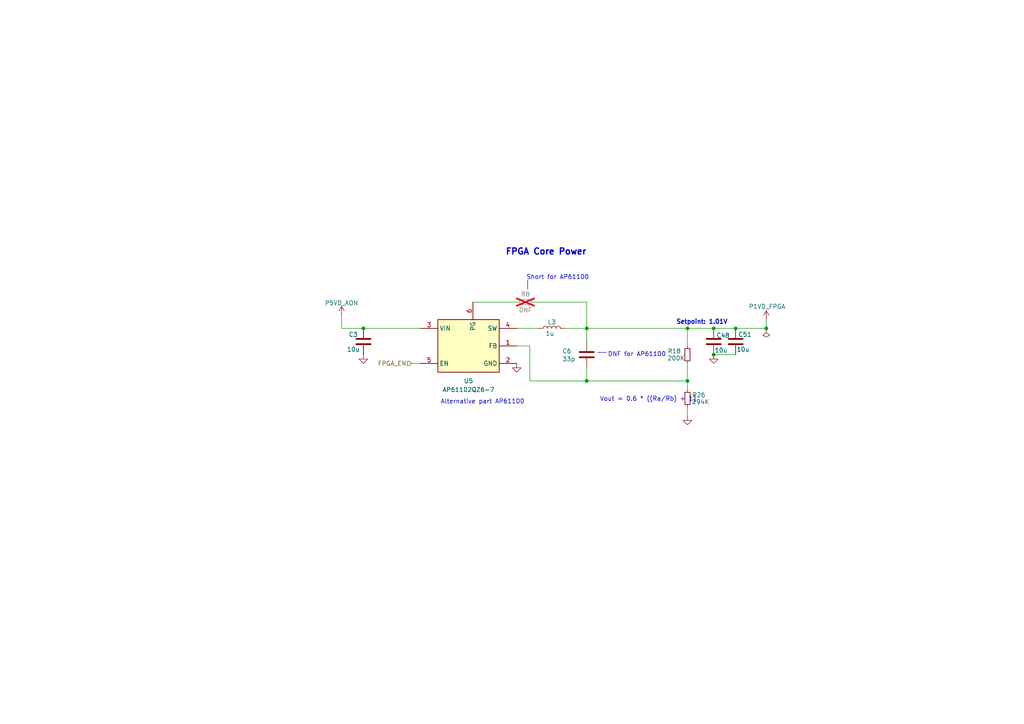
<source format=kicad_sch>
(kicad_sch
	(version 20250114)
	(generator "eeschema")
	(generator_version "9.0")
	(uuid "5b459390-5256-4ef9-8363-279672ea1d3c")
	(paper "A4")
	(title_block
		(title "PICO2-NX Module")
		(rev "0.1")
		(company "tinyVision.ai Inc.")
	)
	(lib_symbols
		(symbol "Custom:AP61102QZ6-7"
			(exclude_from_sim no)
			(in_bom yes)
			(on_board yes)
			(property "Reference" "U"
				(at 19.05 7.112 0)
				(effects
					(font
						(size 1.27 1.27)
					)
					(justify left)
				)
			)
			(property "Value" "AP61102QZ6-7"
				(at 19.05 5.08 0)
				(effects
					(font
						(size 1.27 1.27)
					)
					(justify left)
				)
			)
			(property "Footprint" "Package_TO_SOT_SMD:SOT-563"
				(at 15.748 -16.764 0)
				(effects
					(font
						(size 1.27 1.27)
					)
					(hide yes)
				)
			)
			(property "Datasheet" ""
				(at 0 0 0)
				(effects
					(font
						(size 1.27 1.27)
					)
					(hide yes)
				)
			)
			(property "Description" "DC-DC CONV LV BUCK SOT563"
				(at 15.748 -14.732 0)
				(effects
					(font
						(size 1.27 1.27)
					)
					(hide yes)
				)
			)
			(symbol "AP61102QZ6-7_1_0"
				(rectangle
					(start 5.08 2.54)
					(end 22.86 -12.7)
					(stroke
						(width 0.254)
						(type solid)
						(color 128 0 0 1)
					)
					(fill
						(type background)
					)
				)
				(pin power_in line
					(at 0 0 0)
					(length 5.08)
					(name "VIN"
						(effects
							(font
								(size 1.27 1.27)
							)
						)
					)
					(number "3"
						(effects
							(font
								(size 1.27 1.27)
							)
						)
					)
				)
				(pin input line
					(at 0 -10.16 0)
					(length 5.08)
					(name "EN"
						(effects
							(font
								(size 1.27 1.27)
							)
						)
					)
					(number "5"
						(effects
							(font
								(size 1.27 1.27)
							)
						)
					)
				)
				(pin open_collector line
					(at 15.24 7.62 270)
					(length 5.08)
					(name "PG"
						(effects
							(font
								(size 1.27 1.27)
							)
						)
					)
					(number "6"
						(effects
							(font
								(size 1.27 1.27)
							)
						)
					)
				)
				(pin passive line
					(at 27.94 0 180)
					(length 5.08)
					(name "SW"
						(effects
							(font
								(size 1.27 1.27)
							)
						)
					)
					(number "4"
						(effects
							(font
								(size 1.27 1.27)
							)
						)
					)
				)
				(pin passive line
					(at 27.94 -5.08 180)
					(length 5.08)
					(name "FB"
						(effects
							(font
								(size 1.27 1.27)
							)
						)
					)
					(number "1"
						(effects
							(font
								(size 1.27 1.27)
							)
						)
					)
				)
				(pin power_in line
					(at 27.94 -10.16 180)
					(length 5.08)
					(name "GND"
						(effects
							(font
								(size 1.27 1.27)
							)
						)
					)
					(number "2"
						(effects
							(font
								(size 1.27 1.27)
							)
						)
					)
				)
			)
			(embedded_fonts no)
		)
		(symbol "Device:C"
			(pin_numbers
				(hide yes)
			)
			(pin_names
				(offset 0.254)
			)
			(exclude_from_sim no)
			(in_bom yes)
			(on_board yes)
			(property "Reference" "C"
				(at 0.635 2.54 0)
				(effects
					(font
						(size 1.27 1.27)
					)
					(justify left)
				)
			)
			(property "Value" "C"
				(at 0.635 -2.54 0)
				(effects
					(font
						(size 1.27 1.27)
					)
					(justify left)
				)
			)
			(property "Footprint" ""
				(at 0.9652 -3.81 0)
				(effects
					(font
						(size 1.27 1.27)
					)
					(hide yes)
				)
			)
			(property "Datasheet" "~"
				(at 0 0 0)
				(effects
					(font
						(size 1.27 1.27)
					)
					(hide yes)
				)
			)
			(property "Description" "Unpolarized capacitor"
				(at 0 0 0)
				(effects
					(font
						(size 1.27 1.27)
					)
					(hide yes)
				)
			)
			(property "ki_keywords" "cap capacitor"
				(at 0 0 0)
				(effects
					(font
						(size 1.27 1.27)
					)
					(hide yes)
				)
			)
			(property "ki_fp_filters" "C_*"
				(at 0 0 0)
				(effects
					(font
						(size 1.27 1.27)
					)
					(hide yes)
				)
			)
			(symbol "C_0_1"
				(polyline
					(pts
						(xy -2.032 0.762) (xy 2.032 0.762)
					)
					(stroke
						(width 0.508)
						(type default)
					)
					(fill
						(type none)
					)
				)
				(polyline
					(pts
						(xy -2.032 -0.762) (xy 2.032 -0.762)
					)
					(stroke
						(width 0.508)
						(type default)
					)
					(fill
						(type none)
					)
				)
			)
			(symbol "C_1_1"
				(pin passive line
					(at 0 3.81 270)
					(length 2.794)
					(name "~"
						(effects
							(font
								(size 1.27 1.27)
							)
						)
					)
					(number "1"
						(effects
							(font
								(size 1.27 1.27)
							)
						)
					)
				)
				(pin passive line
					(at 0 -3.81 90)
					(length 2.794)
					(name "~"
						(effects
							(font
								(size 1.27 1.27)
							)
						)
					)
					(number "2"
						(effects
							(font
								(size 1.27 1.27)
							)
						)
					)
				)
			)
			(embedded_fonts no)
		)
		(symbol "Device:L"
			(pin_numbers
				(hide yes)
			)
			(pin_names
				(offset 1.016)
				(hide yes)
			)
			(exclude_from_sim no)
			(in_bom yes)
			(on_board yes)
			(property "Reference" "L"
				(at -1.27 0 90)
				(effects
					(font
						(size 1.27 1.27)
					)
				)
			)
			(property "Value" "L"
				(at 1.905 0 90)
				(effects
					(font
						(size 1.27 1.27)
					)
				)
			)
			(property "Footprint" ""
				(at 0 0 0)
				(effects
					(font
						(size 1.27 1.27)
					)
					(hide yes)
				)
			)
			(property "Datasheet" "~"
				(at 0 0 0)
				(effects
					(font
						(size 1.27 1.27)
					)
					(hide yes)
				)
			)
			(property "Description" "Inductor"
				(at 0 0 0)
				(effects
					(font
						(size 1.27 1.27)
					)
					(hide yes)
				)
			)
			(property "ki_keywords" "inductor choke coil reactor magnetic"
				(at 0 0 0)
				(effects
					(font
						(size 1.27 1.27)
					)
					(hide yes)
				)
			)
			(property "ki_fp_filters" "Choke_* *Coil* Inductor_* L_*"
				(at 0 0 0)
				(effects
					(font
						(size 1.27 1.27)
					)
					(hide yes)
				)
			)
			(symbol "L_0_1"
				(arc
					(start 0 2.54)
					(mid 0.6323 1.905)
					(end 0 1.27)
					(stroke
						(width 0)
						(type default)
					)
					(fill
						(type none)
					)
				)
				(arc
					(start 0 1.27)
					(mid 0.6323 0.635)
					(end 0 0)
					(stroke
						(width 0)
						(type default)
					)
					(fill
						(type none)
					)
				)
				(arc
					(start 0 0)
					(mid 0.6323 -0.635)
					(end 0 -1.27)
					(stroke
						(width 0)
						(type default)
					)
					(fill
						(type none)
					)
				)
				(arc
					(start 0 -1.27)
					(mid 0.6323 -1.905)
					(end 0 -2.54)
					(stroke
						(width 0)
						(type default)
					)
					(fill
						(type none)
					)
				)
			)
			(symbol "L_1_1"
				(pin passive line
					(at 0 3.81 270)
					(length 1.27)
					(name "1"
						(effects
							(font
								(size 1.27 1.27)
							)
						)
					)
					(number "1"
						(effects
							(font
								(size 1.27 1.27)
							)
						)
					)
				)
				(pin passive line
					(at 0 -3.81 90)
					(length 1.27)
					(name "2"
						(effects
							(font
								(size 1.27 1.27)
							)
						)
					)
					(number "2"
						(effects
							(font
								(size 1.27 1.27)
							)
						)
					)
				)
			)
			(embedded_fonts no)
		)
		(symbol "Device:R_Small"
			(pin_numbers
				(hide yes)
			)
			(pin_names
				(offset 0.254)
				(hide yes)
			)
			(exclude_from_sim no)
			(in_bom yes)
			(on_board yes)
			(property "Reference" "R"
				(at 0 0 90)
				(effects
					(font
						(size 1.016 1.016)
					)
				)
			)
			(property "Value" "R_Small"
				(at 1.778 0 90)
				(effects
					(font
						(size 1.27 1.27)
					)
				)
			)
			(property "Footprint" ""
				(at 0 0 0)
				(effects
					(font
						(size 1.27 1.27)
					)
					(hide yes)
				)
			)
			(property "Datasheet" "~"
				(at 0 0 0)
				(effects
					(font
						(size 1.27 1.27)
					)
					(hide yes)
				)
			)
			(property "Description" "Resistor, small symbol"
				(at 0 0 0)
				(effects
					(font
						(size 1.27 1.27)
					)
					(hide yes)
				)
			)
			(property "ki_keywords" "R resistor"
				(at 0 0 0)
				(effects
					(font
						(size 1.27 1.27)
					)
					(hide yes)
				)
			)
			(property "ki_fp_filters" "R_*"
				(at 0 0 0)
				(effects
					(font
						(size 1.27 1.27)
					)
					(hide yes)
				)
			)
			(symbol "R_Small_0_1"
				(rectangle
					(start -0.762 1.778)
					(end 0.762 -1.778)
					(stroke
						(width 0.2032)
						(type default)
					)
					(fill
						(type none)
					)
				)
			)
			(symbol "R_Small_1_1"
				(pin passive line
					(at 0 2.54 270)
					(length 0.762)
					(name "~"
						(effects
							(font
								(size 1.27 1.27)
							)
						)
					)
					(number "1"
						(effects
							(font
								(size 1.27 1.27)
							)
						)
					)
				)
				(pin passive line
					(at 0 -2.54 90)
					(length 0.762)
					(name "~"
						(effects
							(font
								(size 1.27 1.27)
							)
						)
					)
					(number "2"
						(effects
							(font
								(size 1.27 1.27)
							)
						)
					)
				)
			)
			(embedded_fonts no)
		)
		(symbol "power:GND"
			(power)
			(pin_numbers
				(hide yes)
			)
			(pin_names
				(offset 0)
				(hide yes)
			)
			(exclude_from_sim no)
			(in_bom yes)
			(on_board yes)
			(property "Reference" "#PWR"
				(at 0 -6.35 0)
				(effects
					(font
						(size 1.27 1.27)
					)
					(hide yes)
				)
			)
			(property "Value" "GND"
				(at 0 -3.81 0)
				(effects
					(font
						(size 1.27 1.27)
					)
				)
			)
			(property "Footprint" ""
				(at 0 0 0)
				(effects
					(font
						(size 1.27 1.27)
					)
					(hide yes)
				)
			)
			(property "Datasheet" ""
				(at 0 0 0)
				(effects
					(font
						(size 1.27 1.27)
					)
					(hide yes)
				)
			)
			(property "Description" "Power symbol creates a global label with name \"GND\" , ground"
				(at 0 0 0)
				(effects
					(font
						(size 1.27 1.27)
					)
					(hide yes)
				)
			)
			(property "ki_keywords" "global power"
				(at 0 0 0)
				(effects
					(font
						(size 1.27 1.27)
					)
					(hide yes)
				)
			)
			(symbol "GND_0_1"
				(polyline
					(pts
						(xy 0 0) (xy 0 -1.27) (xy 1.27 -1.27) (xy 0 -2.54) (xy -1.27 -1.27) (xy 0 -1.27)
					)
					(stroke
						(width 0)
						(type default)
					)
					(fill
						(type none)
					)
				)
			)
			(symbol "GND_1_1"
				(pin power_in line
					(at 0 0 270)
					(length 0)
					(name "~"
						(effects
							(font
								(size 1.27 1.27)
							)
						)
					)
					(number "1"
						(effects
							(font
								(size 1.27 1.27)
							)
						)
					)
				)
			)
			(embedded_fonts no)
		)
		(symbol "power:PWR_FLAG"
			(power)
			(pin_numbers
				(hide yes)
			)
			(pin_names
				(offset 0)
				(hide yes)
			)
			(exclude_from_sim no)
			(in_bom yes)
			(on_board yes)
			(property "Reference" "#FLG"
				(at 0 1.905 0)
				(effects
					(font
						(size 1.27 1.27)
					)
					(hide yes)
				)
			)
			(property "Value" "PWR_FLAG"
				(at 0 3.81 0)
				(effects
					(font
						(size 1.27 1.27)
					)
				)
			)
			(property "Footprint" ""
				(at 0 0 0)
				(effects
					(font
						(size 1.27 1.27)
					)
					(hide yes)
				)
			)
			(property "Datasheet" "~"
				(at 0 0 0)
				(effects
					(font
						(size 1.27 1.27)
					)
					(hide yes)
				)
			)
			(property "Description" "Special symbol for telling ERC where power comes from"
				(at 0 0 0)
				(effects
					(font
						(size 1.27 1.27)
					)
					(hide yes)
				)
			)
			(property "ki_keywords" "flag power"
				(at 0 0 0)
				(effects
					(font
						(size 1.27 1.27)
					)
					(hide yes)
				)
			)
			(symbol "PWR_FLAG_0_0"
				(pin power_out line
					(at 0 0 90)
					(length 0)
					(name "~"
						(effects
							(font
								(size 1.27 1.27)
							)
						)
					)
					(number "1"
						(effects
							(font
								(size 1.27 1.27)
							)
						)
					)
				)
			)
			(symbol "PWR_FLAG_0_1"
				(polyline
					(pts
						(xy 0 0) (xy 0 1.27) (xy -1.016 1.905) (xy 0 2.54) (xy 1.016 1.905) (xy 0 1.27)
					)
					(stroke
						(width 0)
						(type default)
					)
					(fill
						(type none)
					)
				)
			)
			(embedded_fonts no)
		)
		(symbol "power:VCC"
			(power)
			(pin_numbers
				(hide yes)
			)
			(pin_names
				(offset 0)
				(hide yes)
			)
			(exclude_from_sim no)
			(in_bom yes)
			(on_board yes)
			(property "Reference" "#PWR"
				(at 0 -3.81 0)
				(effects
					(font
						(size 1.27 1.27)
					)
					(hide yes)
				)
			)
			(property "Value" "VCC"
				(at 0 3.556 0)
				(effects
					(font
						(size 1.27 1.27)
					)
				)
			)
			(property "Footprint" ""
				(at 0 0 0)
				(effects
					(font
						(size 1.27 1.27)
					)
					(hide yes)
				)
			)
			(property "Datasheet" ""
				(at 0 0 0)
				(effects
					(font
						(size 1.27 1.27)
					)
					(hide yes)
				)
			)
			(property "Description" "Power symbol creates a global label with name \"VCC\""
				(at 0 0 0)
				(effects
					(font
						(size 1.27 1.27)
					)
					(hide yes)
				)
			)
			(property "ki_keywords" "global power"
				(at 0 0 0)
				(effects
					(font
						(size 1.27 1.27)
					)
					(hide yes)
				)
			)
			(symbol "VCC_0_1"
				(polyline
					(pts
						(xy -0.762 1.27) (xy 0 2.54)
					)
					(stroke
						(width 0)
						(type default)
					)
					(fill
						(type none)
					)
				)
				(polyline
					(pts
						(xy 0 2.54) (xy 0.762 1.27)
					)
					(stroke
						(width 0)
						(type default)
					)
					(fill
						(type none)
					)
				)
				(polyline
					(pts
						(xy 0 0) (xy 0 2.54)
					)
					(stroke
						(width 0)
						(type default)
					)
					(fill
						(type none)
					)
				)
			)
			(symbol "VCC_1_1"
				(pin power_in line
					(at 0 0 90)
					(length 0)
					(name "~"
						(effects
							(font
								(size 1.27 1.27)
							)
						)
					)
					(number "1"
						(effects
							(font
								(size 1.27 1.27)
							)
						)
					)
				)
			)
			(embedded_fonts no)
		)
	)
	(text "Alternative part AP61100"
		(exclude_from_sim no)
		(at 127.762 116.586 0)
		(effects
			(font
				(size 1.27 1.27)
			)
			(justify left)
		)
		(uuid "0097cda5-7f67-41b7-9088-ed3976bf39c5")
	)
	(text "Vout = 0.6 * ((Ra/Rb) + 1)"
		(exclude_from_sim no)
		(at 187.96 115.824 0)
		(effects
			(font
				(size 1.27 1.27)
			)
		)
		(uuid "052ed69e-868c-4eff-a28c-971f0c893a10")
	)
	(text "Setpoint: 1.01V"
		(exclude_from_sim no)
		(at 196.088 94.234 0)
		(effects
			(font
				(size 1.27 1.27)
				(bold yes)
			)
			(justify left bottom)
		)
		(uuid "6c18f970-8a09-4a8e-aa29-1edc7e3d9ab0")
	)
	(text "Short for AP61100"
		(exclude_from_sim no)
		(at 152.654 80.518 0)
		(effects
			(font
				(size 1.27 1.27)
			)
			(justify left)
		)
		(uuid "acde4f63-636c-46b5-ba5d-50789406f17a")
	)
	(text "FPGA Core Power"
		(exclude_from_sim no)
		(at 146.558 74.168 0)
		(effects
			(font
				(size 1.778 1.778)
				(bold yes)
			)
			(justify left bottom)
		)
		(uuid "c5289b0f-1bdd-4ea9-8a39-786a404e33bb")
	)
	(text "DNF for AP61100"
		(exclude_from_sim no)
		(at 176.276 102.87 0)
		(effects
			(font
				(size 1.27 1.27)
			)
			(justify left)
		)
		(uuid "f66e13d5-1504-42b6-9bf0-c15502debc25")
	)
	(junction
		(at 199.39 110.49)
		(diameter 0)
		(color 0 0 0 0)
		(uuid "1d5f1677-bf17-4eed-8c16-5398404df34c")
	)
	(junction
		(at 199.39 95.25)
		(diameter 0)
		(color 0 0 0 0)
		(uuid "4b9e713c-641b-4e0d-ab11-8cc1bb21ab97")
	)
	(junction
		(at 170.18 110.49)
		(diameter 0)
		(color 0 0 0 0)
		(uuid "65490985-6740-4230-8094-696df75d9252")
	)
	(junction
		(at 207.01 95.25)
		(diameter 0)
		(color 0 0 0 0)
		(uuid "a010c0a9-dc29-4a70-bdd2-efbaea27d673")
	)
	(junction
		(at 207.01 102.87)
		(diameter 0)
		(color 0 0 0 0)
		(uuid "aaba6130-370d-4f0e-a56a-48cec61caa16")
	)
	(junction
		(at 222.25 95.25)
		(diameter 0)
		(color 0 0 0 0)
		(uuid "ba6f38d7-89e7-4681-9b0c-64c63016ee95")
	)
	(junction
		(at 170.18 95.25)
		(diameter 0)
		(color 0 0 0 0)
		(uuid "bf50d66f-be73-4866-af84-d43ba2c34f82")
	)
	(junction
		(at 105.41 95.25)
		(diameter 0)
		(color 0 0 0 0)
		(uuid "c4ea45d9-7202-4183-ae11-3e0d73dc1960")
	)
	(junction
		(at 213.36 95.25)
		(diameter 0)
		(color 0 0 0 0)
		(uuid "dcc646f2-8096-4633-a8ef-d620c1620b8f")
	)
	(wire
		(pts
			(xy 222.25 92.71) (xy 222.25 95.25)
		)
		(stroke
			(width 0)
			(type default)
		)
		(uuid "0463f622-4aa2-49cf-9a3e-aadf23680020")
	)
	(wire
		(pts
			(xy 170.18 110.49) (xy 199.39 110.49)
		)
		(stroke
			(width 0)
			(type default)
		)
		(uuid "05d5f932-d5d5-40ef-a78e-9a488734e473")
	)
	(wire
		(pts
			(xy 154.94 87.63) (xy 170.18 87.63)
		)
		(stroke
			(width 0)
			(type default)
		)
		(uuid "1048b85b-d202-43b5-acff-0a1c128ccfef")
	)
	(wire
		(pts
			(xy 153.67 100.33) (xy 153.67 110.49)
		)
		(stroke
			(width 0)
			(type default)
		)
		(uuid "1ecdb461-32e3-4997-a1eb-99d0f81024ac")
	)
	(wire
		(pts
			(xy 199.39 110.49) (xy 199.39 113.03)
		)
		(stroke
			(width 0)
			(type default)
		)
		(uuid "1fa86233-0357-4c01-acb0-80e0d3030f43")
	)
	(wire
		(pts
			(xy 207.01 102.87) (xy 213.36 102.87)
		)
		(stroke
			(width 0)
			(type default)
		)
		(uuid "57132dc1-0c11-45e8-95be-0330380f21f2")
	)
	(wire
		(pts
			(xy 170.18 95.25) (xy 199.39 95.25)
		)
		(stroke
			(width 0)
			(type default)
		)
		(uuid "5abe4fb4-4f2a-479f-b1cd-59b710f6c28b")
	)
	(wire
		(pts
			(xy 199.39 105.41) (xy 199.39 110.49)
		)
		(stroke
			(width 0)
			(type default)
		)
		(uuid "602260b5-41c5-43f2-a54e-35cd211bee57")
	)
	(wire
		(pts
			(xy 99.06 95.25) (xy 99.06 91.44)
		)
		(stroke
			(width 0)
			(type default)
		)
		(uuid "6e14083d-9b67-467b-ba39-2b667641aa16")
	)
	(polyline
		(pts
			(xy 173.355 102.235) (xy 175.895 102.235)
		)
		(stroke
			(width 0)
			(type default)
		)
		(uuid "7b93fc24-2e29-45b7-9465-e961c8b621fe")
	)
	(wire
		(pts
			(xy 149.86 95.25) (xy 156.21 95.25)
		)
		(stroke
			(width 0)
			(type default)
		)
		(uuid "7d5aaf10-dddb-4791-aeef-0d6487531219")
	)
	(wire
		(pts
			(xy 199.39 95.25) (xy 207.01 95.25)
		)
		(stroke
			(width 0)
			(type default)
		)
		(uuid "8279e3e8-a6b5-4ad7-bd92-eb1106a3c3b5")
	)
	(wire
		(pts
			(xy 163.83 95.25) (xy 170.18 95.25)
		)
		(stroke
			(width 0)
			(type default)
		)
		(uuid "961a909d-0f23-46a2-97db-67064f238817")
	)
	(wire
		(pts
			(xy 105.41 95.25) (xy 121.92 95.25)
		)
		(stroke
			(width 0)
			(type default)
		)
		(uuid "a2cb23c3-c4c3-45ec-ab49-97dec7a09846")
	)
	(wire
		(pts
			(xy 199.39 118.11) (xy 199.39 120.65)
		)
		(stroke
			(width 0)
			(type default)
		)
		(uuid "a453b4a1-f743-4ca5-bb99-92da3fc57c57")
	)
	(wire
		(pts
			(xy 119.38 105.41) (xy 121.92 105.41)
		)
		(stroke
			(width 0)
			(type default)
		)
		(uuid "af47e720-3d4c-4a79-8302-52a29ce995af")
	)
	(wire
		(pts
			(xy 170.18 87.63) (xy 170.18 95.25)
		)
		(stroke
			(width 0)
			(type default)
		)
		(uuid "b2f6d3d1-7d04-48a6-b040-95840a85786e")
	)
	(wire
		(pts
			(xy 207.01 95.25) (xy 213.36 95.25)
		)
		(stroke
			(width 0)
			(type default)
		)
		(uuid "bd217bb8-9549-4646-a0a2-62fc8e28c6f9")
	)
	(wire
		(pts
			(xy 213.36 95.25) (xy 222.25 95.25)
		)
		(stroke
			(width 0)
			(type default)
		)
		(uuid "c4c3a6a2-3dce-4c2d-87ca-734eba6565f7")
	)
	(wire
		(pts
			(xy 170.18 95.25) (xy 170.18 99.06)
		)
		(stroke
			(width 0)
			(type default)
		)
		(uuid "c6ba0e17-e2e8-487c-b805-34c8ea002602")
	)
	(wire
		(pts
			(xy 153.67 110.49) (xy 170.18 110.49)
		)
		(stroke
			(width 0)
			(type default)
		)
		(uuid "c86557f3-6539-4b3f-920a-4203b2df84c6")
	)
	(wire
		(pts
			(xy 149.86 100.33) (xy 153.67 100.33)
		)
		(stroke
			(width 0)
			(type default)
		)
		(uuid "cf9f399c-e499-4906-85c3-667899ef8265")
	)
	(wire
		(pts
			(xy 199.39 95.25) (xy 199.39 100.33)
		)
		(stroke
			(width 0)
			(type default)
		)
		(uuid "d3670224-41dd-4a47-a0ca-fe89682c00af")
	)
	(wire
		(pts
			(xy 170.18 106.68) (xy 170.18 110.49)
		)
		(stroke
			(width 0)
			(type default)
		)
		(uuid "deba810b-881d-4412-9b06-b9b0435c022f")
	)
	(polyline
		(pts
			(xy 153.035 81.28) (xy 153.035 83.82)
		)
		(stroke
			(width 0)
			(type default)
		)
		(uuid "ea82d162-c8d0-4df2-9368-69642f1844c9")
	)
	(wire
		(pts
			(xy 105.41 95.25) (xy 99.06 95.25)
		)
		(stroke
			(width 0)
			(type default)
		)
		(uuid "f25e1f35-f688-4db5-903e-3e37d56dc51d")
	)
	(wire
		(pts
			(xy 137.16 87.63) (xy 149.86 87.63)
		)
		(stroke
			(width 0)
			(type default)
		)
		(uuid "f5a20138-6ab9-457c-8dbe-c3dfb938f5ee")
	)
	(hierarchical_label "FPGA_EN"
		(shape input)
		(at 119.38 105.41 180)
		(effects
			(font
				(size 1.27 1.27)
			)
			(justify right)
		)
		(uuid "45e39ad2-c632-424d-909f-c5ebf7899e7f")
	)
	(symbol
		(lib_id "power:GND")
		(at 149.86 105.41 0)
		(unit 1)
		(exclude_from_sim no)
		(in_bom yes)
		(on_board yes)
		(dnp no)
		(uuid "14ede4a1-00c0-4695-97f6-54c3340af285")
		(property "Reference" "#PWR024"
			(at 149.86 105.41 0)
			(effects
				(font
					(size 1.27 1.27)
				)
				(hide yes)
			)
		)
		(property "Value" "GND"
			(at 149.86 111.76 0)
			(effects
				(font
					(size 1.27 1.27)
				)
				(hide yes)
			)
		)
		(property "Footprint" ""
			(at 149.86 105.41 0)
			(effects
				(font
					(size 1.27 1.27)
				)
				(hide yes)
			)
		)
		(property "Datasheet" ""
			(at 149.86 105.41 0)
			(effects
				(font
					(size 1.27 1.27)
				)
				(hide yes)
			)
		)
		(property "Description" "Power symbol creates a global label with name \"GND\" , ground"
			(at 149.86 105.41 0)
			(effects
				(font
					(size 1.27 1.27)
				)
				(hide yes)
			)
		)
		(pin "1"
			(uuid "34aa1a9e-1703-41cb-b2e8-50e848f6012f")
		)
		(instances
			(project "pico2-nx-module"
				(path "/b75d5d5b-a423-49b6-bf7a-b3510d05dcb9/dc18adda-138b-4027-8fdc-bfe0ade6b406"
					(reference "#PWR024")
					(unit 1)
				)
			)
		)
	)
	(symbol
		(lib_id "Device:C")
		(at 213.36 99.06 0)
		(unit 1)
		(exclude_from_sim no)
		(in_bom yes)
		(on_board yes)
		(dnp no)
		(uuid "1861a370-7d38-4bc7-aa37-49298848c406")
		(property "Reference" "C51"
			(at 214.122 97.028 0)
			(effects
				(font
					(size 1.27 1.27)
				)
				(justify left)
			)
		)
		(property "Value" "10u"
			(at 213.614 101.346 0)
			(effects
				(font
					(size 1.27 1.27)
				)
				(justify left)
			)
		)
		(property "Footprint" "Capacitor_SMD:C_0402_1005Metric"
			(at 214.3252 102.87 0)
			(effects
				(font
					(size 1.27 1.27)
				)
				(hide yes)
			)
		)
		(property "Datasheet" "~"
			(at 213.36 99.06 0)
			(effects
				(font
					(size 1.27 1.27)
				)
				(hide yes)
			)
		)
		(property "Description" "Unpolarized capacitor"
			(at 213.36 99.06 0)
			(effects
				(font
					(size 1.27 1.27)
				)
				(hide yes)
			)
		)
		(pin "1"
			(uuid "4e55816f-cc85-42b8-a469-364b684c0a23")
		)
		(pin "2"
			(uuid "bd318e05-c31b-4b7c-b192-0fd857c8a31d")
		)
		(instances
			(project "pico2-nx-module"
				(path "/b75d5d5b-a423-49b6-bf7a-b3510d05dcb9/dc18adda-138b-4027-8fdc-bfe0ade6b406"
					(reference "C51")
					(unit 1)
				)
			)
		)
	)
	(symbol
		(lib_id "Device:C")
		(at 207.01 99.06 0)
		(unit 1)
		(exclude_from_sim no)
		(in_bom yes)
		(on_board yes)
		(dnp no)
		(uuid "19e2759c-51a0-43f2-9fde-4f8135739d62")
		(property "Reference" "C48"
			(at 207.772 97.282 0)
			(effects
				(font
					(size 1.27 1.27)
				)
				(justify left)
			)
		)
		(property "Value" "10u"
			(at 207.264 101.6 0)
			(effects
				(font
					(size 1.27 1.27)
				)
				(justify left)
			)
		)
		(property "Footprint" "Capacitor_SMD:C_0402_1005Metric"
			(at 207.9752 102.87 0)
			(effects
				(font
					(size 1.27 1.27)
				)
				(hide yes)
			)
		)
		(property "Datasheet" "~"
			(at 207.01 99.06 0)
			(effects
				(font
					(size 1.27 1.27)
				)
				(hide yes)
			)
		)
		(property "Description" "Unpolarized capacitor"
			(at 207.01 99.06 0)
			(effects
				(font
					(size 1.27 1.27)
				)
				(hide yes)
			)
		)
		(pin "1"
			(uuid "0d6c4a8c-2ae8-4739-8a62-6a8c0d57dd98")
		)
		(pin "2"
			(uuid "a1878e4e-871f-4a31-9f0a-f76a7d106132")
		)
		(instances
			(project "pico2-nx-module"
				(path "/b75d5d5b-a423-49b6-bf7a-b3510d05dcb9/dc18adda-138b-4027-8fdc-bfe0ade6b406"
					(reference "C48")
					(unit 1)
				)
			)
		)
	)
	(symbol
		(lib_id "Device:C")
		(at 170.18 102.87 0)
		(unit 1)
		(exclude_from_sim no)
		(in_bom yes)
		(on_board yes)
		(dnp no)
		(uuid "1c2d5082-484d-468d-be2f-1453aa1d203d")
		(property "Reference" "C6"
			(at 163.068 101.8286 0)
			(effects
				(font
					(size 1.27 1.27)
				)
				(justify left)
			)
		)
		(property "Value" "33p"
			(at 163.068 104.14 0)
			(effects
				(font
					(size 1.27 1.27)
				)
				(justify left)
			)
		)
		(property "Footprint" "Capacitor_SMD:C_0201_0603Metric"
			(at 171.1452 106.68 0)
			(effects
				(font
					(size 1.27 1.27)
				)
				(hide yes)
			)
		)
		(property "Datasheet" "~"
			(at 170.18 102.87 0)
			(effects
				(font
					(size 1.27 1.27)
				)
				(hide yes)
			)
		)
		(property "Description" "Unpolarized capacitor"
			(at 170.18 102.87 0)
			(effects
				(font
					(size 1.27 1.27)
				)
				(hide yes)
			)
		)
		(property "MPN" "GRM1555C1E150JA01D"
			(at 170.18 102.87 0)
			(effects
				(font
					(size 1.27 1.27)
				)
				(hide yes)
			)
		)
		(property "Manufacturer" "Murata Electronics"
			(at 170.18 102.87 0)
			(effects
				(font
					(size 1.27 1.27)
				)
				(hide yes)
			)
		)
		(pin "1"
			(uuid "75d024ec-c6ed-4bf7-99d8-d2eb3fab28df")
		)
		(pin "2"
			(uuid "9e3c90a6-a6c4-442b-9093-304db2addaa7")
		)
		(instances
			(project "pico2-nx-module"
				(path "/b75d5d5b-a423-49b6-bf7a-b3510d05dcb9/dc18adda-138b-4027-8fdc-bfe0ade6b406"
					(reference "C6")
					(unit 1)
				)
			)
		)
	)
	(symbol
		(lib_id "power:VCC")
		(at 99.06 91.44 0)
		(unit 1)
		(exclude_from_sim no)
		(in_bom yes)
		(on_board yes)
		(dnp no)
		(uuid "39b88c18-4b1e-4f4e-be51-a1871dc860ec")
		(property "Reference" "#PWR016"
			(at 99.06 91.44 0)
			(effects
				(font
					(size 1.27 1.27)
				)
				(hide yes)
			)
		)
		(property "Value" "P5VD_AON"
			(at 99.06 87.884 0)
			(effects
				(font
					(size 1.27 1.27)
				)
			)
		)
		(property "Footprint" ""
			(at 99.06 91.44 0)
			(effects
				(font
					(size 1.27 1.27)
				)
				(hide yes)
			)
		)
		(property "Datasheet" ""
			(at 99.06 91.44 0)
			(effects
				(font
					(size 1.27 1.27)
				)
				(hide yes)
			)
		)
		(property "Description" "Power symbol creates a global label with name \"VCC\""
			(at 99.06 91.44 0)
			(effects
				(font
					(size 1.27 1.27)
				)
				(hide yes)
			)
		)
		(pin "1"
			(uuid "86b834e4-4d61-436b-91e5-c87540c02a5a")
		)
		(instances
			(project "pico2-nx-module"
				(path "/b75d5d5b-a423-49b6-bf7a-b3510d05dcb9/dc18adda-138b-4027-8fdc-bfe0ade6b406"
					(reference "#PWR016")
					(unit 1)
				)
			)
		)
	)
	(symbol
		(lib_id "Device:C")
		(at 105.41 99.06 0)
		(unit 1)
		(exclude_from_sim no)
		(in_bom yes)
		(on_board yes)
		(dnp no)
		(uuid "3e542131-a37f-4cb9-9e6e-5d8f81db9522")
		(property "Reference" "C3"
			(at 101.092 97.028 0)
			(effects
				(font
					(size 1.27 1.27)
				)
				(justify left)
			)
		)
		(property "Value" "10u"
			(at 100.584 101.346 0)
			(effects
				(font
					(size 1.27 1.27)
				)
				(justify left)
			)
		)
		(property "Footprint" "Capacitor_SMD:C_0402_1005Metric"
			(at 106.3752 102.87 0)
			(effects
				(font
					(size 1.27 1.27)
				)
				(hide yes)
			)
		)
		(property "Datasheet" "~"
			(at 105.41 99.06 0)
			(effects
				(font
					(size 1.27 1.27)
				)
				(hide yes)
			)
		)
		(property "Description" "Unpolarized capacitor"
			(at 105.41 99.06 0)
			(effects
				(font
					(size 1.27 1.27)
				)
				(hide yes)
			)
		)
		(pin "1"
			(uuid "76cf71a4-d765-4325-b91e-90d27a631fca")
		)
		(pin "2"
			(uuid "e5d1b06b-718c-44ee-861e-29bb5c7b6506")
		)
		(instances
			(project "pico2-nx-module"
				(path "/b75d5d5b-a423-49b6-bf7a-b3510d05dcb9/dc18adda-138b-4027-8fdc-bfe0ade6b406"
					(reference "C3")
					(unit 1)
				)
			)
		)
	)
	(symbol
		(lib_id "power:VCC")
		(at 222.25 92.71 0)
		(unit 1)
		(exclude_from_sim no)
		(in_bom yes)
		(on_board yes)
		(dnp no)
		(uuid "7455ba31-5892-43ba-8c50-98c94dc96f9b")
		(property "Reference" "#PWR022"
			(at 222.25 92.71 0)
			(effects
				(font
					(size 1.27 1.27)
				)
				(hide yes)
			)
		)
		(property "Value" "P1VD_FPGA"
			(at 222.504 88.9 0)
			(effects
				(font
					(size 1.27 1.27)
				)
			)
		)
		(property "Footprint" ""
			(at 222.25 92.71 0)
			(effects
				(font
					(size 1.27 1.27)
				)
				(hide yes)
			)
		)
		(property "Datasheet" ""
			(at 222.25 92.71 0)
			(effects
				(font
					(size 1.27 1.27)
				)
				(hide yes)
			)
		)
		(property "Description" "Power symbol creates a global label with name \"VCC\""
			(at 222.25 92.71 0)
			(effects
				(font
					(size 1.27 1.27)
				)
				(hide yes)
			)
		)
		(pin "1"
			(uuid "9fd6fff9-f906-42de-bab4-c8d2ecac9f2d")
		)
		(instances
			(project "pico2-nx-module"
				(path "/b75d5d5b-a423-49b6-bf7a-b3510d05dcb9/dc18adda-138b-4027-8fdc-bfe0ade6b406"
					(reference "#PWR022")
					(unit 1)
				)
			)
		)
	)
	(symbol
		(lib_id "power:GND")
		(at 207.01 102.87 0)
		(unit 1)
		(exclude_from_sim no)
		(in_bom yes)
		(on_board yes)
		(dnp no)
		(uuid "75f32c18-ba94-4a48-a594-0acf5523d6e9")
		(property "Reference" "#PWR026"
			(at 207.01 102.87 0)
			(effects
				(font
					(size 1.27 1.27)
				)
				(hide yes)
			)
		)
		(property "Value" "GND"
			(at 207.01 109.22 0)
			(effects
				(font
					(size 1.27 1.27)
				)
				(hide yes)
			)
		)
		(property "Footprint" ""
			(at 207.01 102.87 0)
			(effects
				(font
					(size 1.27 1.27)
				)
				(hide yes)
			)
		)
		(property "Datasheet" ""
			(at 207.01 102.87 0)
			(effects
				(font
					(size 1.27 1.27)
				)
				(hide yes)
			)
		)
		(property "Description" "Power symbol creates a global label with name \"GND\" , ground"
			(at 207.01 102.87 0)
			(effects
				(font
					(size 1.27 1.27)
				)
				(hide yes)
			)
		)
		(pin "1"
			(uuid "5c78eeeb-68f5-4c71-a739-72c19b8f0e7a")
		)
		(instances
			(project "pico2-nx-module"
				(path "/b75d5d5b-a423-49b6-bf7a-b3510d05dcb9/dc18adda-138b-4027-8fdc-bfe0ade6b406"
					(reference "#PWR026")
					(unit 1)
				)
			)
		)
	)
	(symbol
		(lib_id "Device:R_Small")
		(at 152.4 87.63 90)
		(unit 1)
		(exclude_from_sim no)
		(in_bom yes)
		(on_board yes)
		(dnp yes)
		(uuid "8f602d3d-65a2-40cb-b8fc-997d33370e7d")
		(property "Reference" "R8"
			(at 152.4 85.344 90)
			(effects
				(font
					(size 1.27 1.27)
				)
			)
		)
		(property "Value" "DNF"
			(at 152.4 89.916 90)
			(effects
				(font
					(size 1.27 1.27)
				)
			)
		)
		(property "Footprint" "Resistor_SMD:R_0402_1005Metric"
			(at 152.4 87.63 0)
			(effects
				(font
					(size 1.27 1.27)
				)
				(hide yes)
			)
		)
		(property "Datasheet" "~"
			(at 152.4 87.63 0)
			(effects
				(font
					(size 1.27 1.27)
				)
				(hide yes)
			)
		)
		(property "Description" "Resistor, small symbol"
			(at 152.4 87.63 0)
			(effects
				(font
					(size 1.27 1.27)
				)
				(hide yes)
			)
		)
		(pin "2"
			(uuid "194710e2-5df1-4c2f-88a5-a455e952b390")
		)
		(pin "1"
			(uuid "f3ee9943-d21e-4ca8-96f3-168694d57a71")
		)
		(instances
			(project "pico2-nx-module"
				(path "/b75d5d5b-a423-49b6-bf7a-b3510d05dcb9/dc18adda-138b-4027-8fdc-bfe0ade6b406"
					(reference "R8")
					(unit 1)
				)
			)
		)
	)
	(symbol
		(lib_id "power:PWR_FLAG")
		(at 222.25 95.25 0)
		(mirror x)
		(unit 1)
		(exclude_from_sim no)
		(in_bom yes)
		(on_board yes)
		(dnp no)
		(uuid "9178594f-2c7e-4d1a-9446-42b20007639a")
		(property "Reference" "#FLG09"
			(at 222.25 97.155 0)
			(effects
				(font
					(size 1.27 1.27)
				)
				(hide yes)
			)
		)
		(property "Value" "PWR_FLAG"
			(at 222.25 100.33 0)
			(effects
				(font
					(size 1.27 1.27)
				)
				(hide yes)
			)
		)
		(property "Footprint" ""
			(at 222.25 95.25 0)
			(effects
				(font
					(size 1.27 1.27)
				)
				(hide yes)
			)
		)
		(property "Datasheet" "~"
			(at 222.25 95.25 0)
			(effects
				(font
					(size 1.27 1.27)
				)
				(hide yes)
			)
		)
		(property "Description" "Special symbol for telling ERC where power comes from"
			(at 222.25 95.25 0)
			(effects
				(font
					(size 1.27 1.27)
				)
				(hide yes)
			)
		)
		(pin "1"
			(uuid "7827c918-08de-4020-9810-354339bb08ff")
		)
		(instances
			(project "pico2-nx-module"
				(path "/b75d5d5b-a423-49b6-bf7a-b3510d05dcb9/dc18adda-138b-4027-8fdc-bfe0ade6b406"
					(reference "#FLG09")
					(unit 1)
				)
			)
		)
	)
	(symbol
		(lib_id "Device:R_Small")
		(at 199.39 115.57 180)
		(unit 1)
		(exclude_from_sim no)
		(in_bom yes)
		(on_board yes)
		(dnp no)
		(uuid "a9b2078a-a155-4e0a-8e5a-1b5587f186dd")
		(property "Reference" "R26"
			(at 202.692 114.554 0)
			(effects
				(font
					(size 1.27 1.27)
				)
			)
		)
		(property "Value" "294K"
			(at 203.2 116.586 0)
			(effects
				(font
					(size 1.27 1.27)
				)
			)
		)
		(property "Footprint" "Resistor_SMD:R_0402_1005Metric"
			(at 199.39 115.57 0)
			(effects
				(font
					(size 1.27 1.27)
				)
				(hide yes)
			)
		)
		(property "Datasheet" "~"
			(at 199.39 115.57 0)
			(effects
				(font
					(size 1.27 1.27)
				)
				(hide yes)
			)
		)
		(property "Description" "Resistor, small symbol"
			(at 199.39 115.57 0)
			(effects
				(font
					(size 1.27 1.27)
				)
				(hide yes)
			)
		)
		(pin "2"
			(uuid "fbd13bfd-5064-4226-95bd-9d24e403a1c8")
		)
		(pin "1"
			(uuid "4dcdfd12-c72c-4919-ba53-208f1675b687")
		)
		(instances
			(project "pico2-nx-module"
				(path "/b75d5d5b-a423-49b6-bf7a-b3510d05dcb9/dc18adda-138b-4027-8fdc-bfe0ade6b406"
					(reference "R26")
					(unit 1)
				)
			)
		)
	)
	(symbol
		(lib_id "power:GND")
		(at 199.39 120.65 0)
		(unit 1)
		(exclude_from_sim no)
		(in_bom yes)
		(on_board yes)
		(dnp no)
		(uuid "bf3ce3b5-79d1-465c-a526-e929b47f286f")
		(property "Reference" "#PWR025"
			(at 199.39 120.65 0)
			(effects
				(font
					(size 1.27 1.27)
				)
				(hide yes)
			)
		)
		(property "Value" "GND"
			(at 199.39 127 0)
			(effects
				(font
					(size 1.27 1.27)
				)
				(hide yes)
			)
		)
		(property "Footprint" ""
			(at 199.39 120.65 0)
			(effects
				(font
					(size 1.27 1.27)
				)
				(hide yes)
			)
		)
		(property "Datasheet" ""
			(at 199.39 120.65 0)
			(effects
				(font
					(size 1.27 1.27)
				)
				(hide yes)
			)
		)
		(property "Description" "Power symbol creates a global label with name \"GND\" , ground"
			(at 199.39 120.65 0)
			(effects
				(font
					(size 1.27 1.27)
				)
				(hide yes)
			)
		)
		(pin "1"
			(uuid "f6238313-0dda-4542-9666-9862e54de637")
		)
		(instances
			(project "pico2-nx-module"
				(path "/b75d5d5b-a423-49b6-bf7a-b3510d05dcb9/dc18adda-138b-4027-8fdc-bfe0ade6b406"
					(reference "#PWR025")
					(unit 1)
				)
			)
		)
	)
	(symbol
		(lib_id "power:GND")
		(at 105.41 102.87 0)
		(unit 1)
		(exclude_from_sim no)
		(in_bom yes)
		(on_board yes)
		(dnp no)
		(uuid "e4aa7497-8004-4e15-a9d6-f4b460b5f349")
		(property "Reference" "#PWR019"
			(at 105.41 102.87 0)
			(effects
				(font
					(size 1.27 1.27)
				)
				(hide yes)
			)
		)
		(property "Value" "GND"
			(at 105.41 109.22 0)
			(effects
				(font
					(size 1.27 1.27)
				)
				(hide yes)
			)
		)
		(property "Footprint" ""
			(at 105.41 102.87 0)
			(effects
				(font
					(size 1.27 1.27)
				)
				(hide yes)
			)
		)
		(property "Datasheet" ""
			(at 105.41 102.87 0)
			(effects
				(font
					(size 1.27 1.27)
				)
				(hide yes)
			)
		)
		(property "Description" "Power symbol creates a global label with name \"GND\" , ground"
			(at 105.41 102.87 0)
			(effects
				(font
					(size 1.27 1.27)
				)
				(hide yes)
			)
		)
		(pin "1"
			(uuid "cda9c7b3-cead-4c92-92c2-04a845dcbdc0")
		)
		(instances
			(project "pico2-nx-module"
				(path "/b75d5d5b-a423-49b6-bf7a-b3510d05dcb9/dc18adda-138b-4027-8fdc-bfe0ade6b406"
					(reference "#PWR019")
					(unit 1)
				)
			)
		)
	)
	(symbol
		(lib_id "Device:L")
		(at 160.02 95.25 90)
		(unit 1)
		(exclude_from_sim no)
		(in_bom yes)
		(on_board yes)
		(dnp no)
		(uuid "f245a8fc-f71c-4705-8383-2fe26a53b5a2")
		(property "Reference" "L3"
			(at 161.29 92.71 90)
			(effects
				(font
					(size 1.27 1.27)
				)
				(justify left bottom)
			)
		)
		(property "Value" "1u"
			(at 160.782 96.012 90)
			(effects
				(font
					(size 1.27 1.27)
				)
				(justify left bottom)
			)
		)
		(property "Footprint" "pico:DFE201610E"
			(at 160.02 95.25 0)
			(effects
				(font
					(size 1.27 1.27)
				)
				(hide yes)
			)
		)
		(property "Datasheet" "~"
			(at 160.02 95.25 0)
			(effects
				(font
					(size 1.27 1.27)
				)
				(hide yes)
			)
		)
		(property "Description" "Inductor"
			(at 160.02 95.25 0)
			(effects
				(font
					(size 1.27 1.27)
				)
				(hide yes)
			)
		)
		(property "SUPPLIER PART NUMBER 1" "490-18106-1-ND"
			(at 163.322 102.87 0)
			(effects
				(font
					(size 1.27 1.27)
				)
				(justify left bottom)
				(hide yes)
			)
		)
		(property "MANUFACTURER" "Murata Electronics"
			(at 163.322 102.87 0)
			(effects
				(font
					(size 1.27 1.27)
				)
				(justify left bottom)
				(hide yes)
			)
		)
		(property "MANUFACTURER PART NUMBER" "DFE201610E-1R0M=P2"
			(at 163.322 102.87 0)
			(effects
				(font
					(size 1.27 1.27)
				)
				(justify left bottom)
				(hide yes)
			)
		)
		(property "ALTIUM_VALUE" "1uH"
			(at 163.322 95.758 0)
			(effects
				(font
					(size 1.27 1.27)
				)
				(justify left bottom)
				(hide yes)
			)
		)
		(pin "2"
			(uuid "2f1a8571-d328-4caa-af78-1dc94386b52b")
		)
		(pin "1"
			(uuid "ca7b15f1-08c6-41b7-a8b5-fe5c8b207733")
		)
		(instances
			(project "pico2-nx-module"
				(path "/b75d5d5b-a423-49b6-bf7a-b3510d05dcb9/dc18adda-138b-4027-8fdc-bfe0ade6b406"
					(reference "L3")
					(unit 1)
				)
			)
		)
	)
	(symbol
		(lib_id "Custom:AP61102QZ6-7")
		(at 121.92 95.25 0)
		(unit 1)
		(exclude_from_sim no)
		(in_bom yes)
		(on_board yes)
		(dnp no)
		(fields_autoplaced yes)
		(uuid "fae8cc23-8158-4f4e-9a4e-32fddd334b62")
		(property "Reference" "U5"
			(at 135.89 110.49 0)
			(effects
				(font
					(size 1.27 1.27)
				)
			)
		)
		(property "Value" "AP61102QZ6-7"
			(at 135.89 113.03 0)
			(effects
				(font
					(size 1.27 1.27)
				)
			)
		)
		(property "Footprint" "Package_TO_SOT_SMD:SOT-563"
			(at 137.668 112.014 0)
			(effects
				(font
					(size 1.27 1.27)
				)
				(hide yes)
			)
		)
		(property "Datasheet" "https://www.diodes.com/datasheet/download/AP61100.pdf"
			(at 121.92 95.25 0)
			(effects
				(font
					(size 1.27 1.27)
				)
				(hide yes)
			)
		)
		(property "Description" "DC-DC CONV LV BUCK SOT563"
			(at 137.668 109.982 0)
			(effects
				(font
					(size 1.27 1.27)
				)
				(hide yes)
			)
		)
		(pin "4"
			(uuid "16e7e583-1071-4a10-83f6-57368666a53d")
		)
		(pin "6"
			(uuid "96c715cb-acad-4bde-b2a4-5f6696dda0ee")
		)
		(pin "2"
			(uuid "4ff0028b-6c5a-4729-a28f-1cd2c3e6c45f")
		)
		(pin "1"
			(uuid "b54750aa-a5c1-4459-b793-d215d8c869c3")
		)
		(pin "5"
			(uuid "773f90e4-b360-4663-9500-c1807b7e3e0b")
		)
		(pin "3"
			(uuid "60c5c9ab-9359-45d9-a600-8f0c3d13f291")
		)
		(instances
			(project "pico2-nx-module"
				(path "/b75d5d5b-a423-49b6-bf7a-b3510d05dcb9/dc18adda-138b-4027-8fdc-bfe0ade6b406"
					(reference "U5")
					(unit 1)
				)
			)
		)
	)
	(symbol
		(lib_id "Device:R_Small")
		(at 199.39 102.87 180)
		(unit 1)
		(exclude_from_sim no)
		(in_bom yes)
		(on_board yes)
		(dnp no)
		(uuid "fbb9e7be-6fa0-467e-91fa-b652d5a5974d")
		(property "Reference" "R18"
			(at 195.58 101.854 0)
			(effects
				(font
					(size 1.27 1.27)
				)
			)
		)
		(property "Value" "200K"
			(at 196.088 103.886 0)
			(effects
				(font
					(size 1.27 1.27)
				)
			)
		)
		(property "Footprint" "Resistor_SMD:R_0402_1005Metric"
			(at 199.39 102.87 0)
			(effects
				(font
					(size 1.27 1.27)
				)
				(hide yes)
			)
		)
		(property "Datasheet" "~"
			(at 199.39 102.87 0)
			(effects
				(font
					(size 1.27 1.27)
				)
				(hide yes)
			)
		)
		(property "Description" "Resistor, small symbol"
			(at 199.39 102.87 0)
			(effects
				(font
					(size 1.27 1.27)
				)
				(hide yes)
			)
		)
		(pin "2"
			(uuid "a597916f-ceb5-4800-9ff3-fb11b8562c7f")
		)
		(pin "1"
			(uuid "1276b0b0-7a87-4f98-a552-82c336113670")
		)
		(instances
			(project "pico2-nx-module"
				(path "/b75d5d5b-a423-49b6-bf7a-b3510d05dcb9/dc18adda-138b-4027-8fdc-bfe0ade6b406"
					(reference "R18")
					(unit 1)
				)
			)
		)
	)
)

</source>
